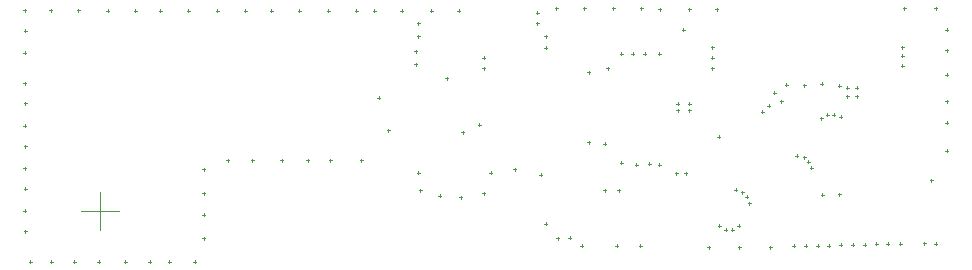
<source format=gbr>
G04*
G04 #@! TF.GenerationSoftware,Altium Limited,Altium Designer,24.2.2 (26)*
G04*
G04 Layer_Color=128*
%FSLAX25Y25*%
%MOIN*%
G70*
G04*
G04 #@! TF.SameCoordinates,DA759692-2FDC-47FD-B5D7-4F029464E4A9*
G04*
G04*
G04 #@! TF.FilePolarity,Positive*
G04*
G01*
G75*
%ADD60C,0.00200*%
D60*
X-4758Y-376772D02*
X7762D01*
X1502Y-383032D02*
Y-370512D01*
X207336Y-352004D02*
X208336D01*
X207836Y-352504D02*
Y-351504D01*
X197394Y-343242D02*
X198393D01*
X197894Y-343742D02*
Y-342742D01*
X193599Y-343174D02*
X194599D01*
X194099Y-343674D02*
Y-342674D01*
X197394Y-340986D02*
X198393D01*
X197894Y-341486D02*
Y-340486D01*
X193608Y-340986D02*
X194608D01*
X194108Y-341486D02*
Y-340486D01*
X253384Y-338549D02*
X254384D01*
X253884Y-339049D02*
Y-338049D01*
X250097Y-338459D02*
X251097D01*
X250597Y-338959D02*
Y-337959D01*
X253323Y-335619D02*
X254323D01*
X253823Y-336120D02*
Y-335120D01*
X250097Y-335703D02*
X251097D01*
X250597Y-336203D02*
Y-335203D01*
X221821Y-343695D02*
X222821D01*
X222321Y-344195D02*
Y-343195D01*
X223944Y-341670D02*
X224944D01*
X224444Y-342170D02*
Y-341170D01*
X225805Y-337326D02*
X226805D01*
X226305Y-337826D02*
Y-336826D01*
X228067Y-340181D02*
X229067D01*
X228567Y-340681D02*
Y-339681D01*
X237211Y-360391D02*
X238211D01*
X237712Y-360891D02*
Y-359891D01*
X235726Y-358906D02*
X236726D01*
X236227Y-359406D02*
Y-358406D01*
X245635Y-344764D02*
X246635D01*
X246135Y-345264D02*
Y-344264D01*
X243535Y-344764D02*
X244535D01*
X244035Y-345264D02*
Y-344264D01*
X215100Y-370495D02*
X216100D01*
X215600Y-370995D02*
Y-369995D01*
X216585Y-371980D02*
X217585D01*
X217085Y-372480D02*
Y-371480D01*
X213908Y-381647D02*
X214908D01*
X214408Y-382147D02*
Y-381147D01*
X207510Y-381678D02*
X208510D01*
X208010Y-382178D02*
Y-381178D01*
X211754Y-383071D02*
X212755D01*
X212255Y-383571D02*
Y-382571D01*
X209654Y-383071D02*
X210654D01*
X210155Y-383571D02*
Y-382571D01*
X217395Y-374147D02*
X218395D01*
X217895Y-374647D02*
Y-373647D01*
X212919Y-369754D02*
X213919D01*
X213419Y-370254D02*
Y-369254D01*
X233391Y-358371D02*
X234391D01*
X233892Y-358871D02*
Y-357871D01*
X238144Y-362404D02*
X239144D01*
X238644Y-362904D02*
Y-361904D01*
X241487Y-345882D02*
X242487D01*
X241987Y-346382D02*
Y-345382D01*
X247896Y-345374D02*
X248896D01*
X248396Y-345874D02*
Y-344874D01*
X229821Y-334718D02*
X230821D01*
X230321Y-335218D02*
Y-334218D01*
X235726Y-334851D02*
X236726D01*
X236227Y-335351D02*
Y-334351D01*
X241620Y-334345D02*
X242620D01*
X242120Y-334845D02*
Y-333845D01*
X247465Y-335081D02*
X248465D01*
X247965Y-335581D02*
Y-334581D01*
X278202Y-366535D02*
X279202D01*
X278702Y-367035D02*
Y-366035D01*
X283358Y-356781D02*
X284358D01*
X283858Y-357281D02*
Y-356281D01*
X283358Y-347332D02*
X284358D01*
X283858Y-347832D02*
Y-346832D01*
X283358Y-340181D02*
X284358D01*
X283858Y-340681D02*
Y-339681D01*
X283358Y-331443D02*
X284358D01*
X283858Y-331943D02*
Y-330943D01*
X283358Y-323116D02*
X284358D01*
X283858Y-323616D02*
Y-322616D01*
X283358Y-316412D02*
X284358D01*
X283858Y-316912D02*
Y-315912D01*
X279602Y-309128D02*
X280602D01*
X280102Y-309628D02*
Y-308628D01*
X269191Y-309126D02*
X270191D01*
X269691Y-309627D02*
Y-308627D01*
X197394Y-309533D02*
X198393D01*
X197894Y-310033D02*
Y-309033D01*
X206654Y-309533D02*
X207654D01*
X207154Y-310033D02*
Y-309033D01*
X187651Y-309449D02*
X188651D01*
X188151Y-309949D02*
Y-308949D01*
X153218Y-309128D02*
X154218D01*
X153718Y-309628D02*
Y-308628D01*
X162479Y-309128D02*
X163479D01*
X162979Y-309628D02*
Y-308628D01*
X181482Y-309213D02*
X182482D01*
X181982Y-309713D02*
Y-308713D01*
X172222Y-309213D02*
X173222D01*
X172722Y-309713D02*
Y-308713D01*
X92413Y-309964D02*
X93413D01*
X92913Y-310464D02*
Y-309464D01*
X101674Y-309964D02*
X102674D01*
X102174Y-310464D02*
Y-309464D01*
X120677Y-310049D02*
X121677D01*
X121177Y-310549D02*
Y-309549D01*
X111416Y-310049D02*
X112416D01*
X111916Y-310549D02*
Y-309549D01*
X58161Y-309964D02*
X59161D01*
X58661Y-310464D02*
Y-309464D01*
X67422Y-309964D02*
X68422D01*
X67922Y-310464D02*
Y-309464D01*
X86425Y-310049D02*
X87425D01*
X86925Y-310549D02*
Y-309549D01*
X77164Y-310049D02*
X78164D01*
X77664Y-310549D02*
Y-309549D01*
X21172Y-309964D02*
X22172D01*
X21672Y-310464D02*
Y-309464D01*
X30432Y-309964D02*
X31432D01*
X30932Y-310464D02*
Y-309464D01*
X49435Y-310049D02*
X50435D01*
X49935Y-310549D02*
Y-309549D01*
X40175Y-310049D02*
X41175D01*
X40675Y-310549D02*
Y-309549D01*
X3596Y-309964D02*
X4596D01*
X4096Y-310464D02*
Y-309464D01*
X12856Y-309964D02*
X13856D01*
X13356Y-310464D02*
Y-309464D01*
X-6147Y-309880D02*
X-5147D01*
X-5647Y-310380D02*
Y-309380D01*
X-15407Y-309880D02*
X-14407D01*
X-14907Y-310380D02*
Y-309380D01*
X-23959Y-324100D02*
X-22959D01*
X-23459Y-324600D02*
Y-323600D01*
X-23959Y-309927D02*
X-22959D01*
X-23459Y-310427D02*
Y-309427D01*
X-23875Y-316620D02*
X-22875D01*
X-23375Y-317120D02*
Y-316120D01*
X-23875Y-355118D02*
X-22875D01*
X-23375Y-355618D02*
Y-354618D01*
X-23959Y-348425D02*
X-22959D01*
X-23459Y-348925D02*
Y-347925D01*
X-23959Y-334252D02*
X-22959D01*
X-23459Y-334752D02*
Y-333752D01*
X-23875Y-340945D02*
X-22875D01*
X-23375Y-341445D02*
Y-340445D01*
X-23875Y-369291D02*
X-22875D01*
X-23375Y-369791D02*
Y-368791D01*
X-23959Y-362598D02*
X-22959D01*
X-23459Y-363098D02*
Y-362098D01*
X-23959Y-376772D02*
X-22959D01*
X-23459Y-377272D02*
Y-376272D01*
X-23875Y-383465D02*
X-22875D01*
X-23375Y-383965D02*
Y-382965D01*
X147915Y-364619D02*
X148915D01*
X148415Y-365119D02*
Y-364119D01*
X139247Y-362811D02*
X140247D01*
X139747Y-363311D02*
Y-362311D01*
X131388Y-364073D02*
X132388D01*
X131888Y-364573D02*
Y-363573D01*
X129002Y-370866D02*
X130002D01*
X129502Y-371366D02*
Y-370366D01*
X121372Y-372278D02*
X122372D01*
X121872Y-372778D02*
Y-371778D01*
X114319Y-371711D02*
X115319D01*
X114819Y-372211D02*
Y-371211D01*
X107814Y-369882D02*
X108814D01*
X108314Y-370382D02*
Y-369382D01*
X107073Y-364073D02*
X108073D01*
X107573Y-364573D02*
Y-363573D01*
X88083Y-359842D02*
X89083D01*
X88583Y-360343D02*
Y-359343D01*
X77846Y-359842D02*
X78847D01*
X78347Y-360343D02*
Y-359343D01*
X70366Y-359922D02*
X71366D01*
X70866Y-360422D02*
Y-359422D01*
X61705Y-359922D02*
X62705D01*
X62205Y-360422D02*
Y-359422D01*
X51862Y-359922D02*
X52862D01*
X52362Y-360422D02*
Y-359422D01*
X43595Y-359922D02*
X44594D01*
X44094Y-360422D02*
Y-359422D01*
X35721Y-362826D02*
X36720D01*
X36220Y-363326D02*
Y-362326D01*
X35721Y-370866D02*
X36720D01*
X36220Y-371366D02*
Y-370366D01*
X35721Y-377953D02*
X36720D01*
X36220Y-378453D02*
Y-377453D01*
X35721Y-385827D02*
X36720D01*
X36220Y-386327D02*
Y-385327D01*
X32571Y-393701D02*
X33571D01*
X33071Y-394201D02*
Y-393201D01*
X24166Y-393701D02*
X25166D01*
X24666Y-394201D02*
Y-393201D01*
X17702Y-393701D02*
X18702D01*
X18202Y-394201D02*
Y-393201D01*
X9463Y-393701D02*
X10463D01*
X9963Y-394201D02*
Y-393201D01*
X577Y-393701D02*
X1577D01*
X1077Y-394201D02*
Y-393201D01*
X-7485Y-393701D02*
X-6485D01*
X-6985Y-394201D02*
Y-393201D01*
X-15128Y-393701D02*
X-14128D01*
X-14628Y-394201D02*
Y-393201D01*
X-22153Y-393701D02*
X-21154D01*
X-21654Y-394201D02*
Y-393201D01*
X149681Y-381102D02*
X150681D01*
X150181Y-381602D02*
Y-380602D01*
X247538Y-371224D02*
X248538D01*
X248038Y-371724D02*
Y-370724D01*
X241745Y-371407D02*
X242745D01*
X242245Y-371907D02*
Y-370907D01*
X174048Y-369882D02*
X175048D01*
X174548Y-370382D02*
Y-369382D01*
X169366Y-369882D02*
X170366D01*
X169866Y-370382D02*
Y-369382D01*
X195519Y-316412D02*
X196519D01*
X196019Y-316912D02*
Y-315912D01*
X187417Y-324418D02*
X188417D01*
X187917Y-324918D02*
Y-323918D01*
X182722Y-324410D02*
X183722D01*
X183222Y-324910D02*
Y-323910D01*
X178640Y-324418D02*
X179640D01*
X179140Y-324918D02*
Y-323918D01*
X174734Y-324410D02*
X175734D01*
X175234Y-324910D02*
Y-323910D01*
X170349Y-329155D02*
X171349D01*
X170849Y-329655D02*
Y-328655D01*
X163967Y-330481D02*
X164967D01*
X164467Y-330981D02*
Y-329981D01*
X163967Y-353853D02*
X164967D01*
X164467Y-354353D02*
Y-353353D01*
X169366Y-354297D02*
X170366D01*
X169866Y-354797D02*
Y-353797D01*
X174734Y-360746D02*
X175734D01*
X175234Y-361246D02*
Y-360246D01*
X179777Y-361283D02*
X180777D01*
X180277Y-361783D02*
Y-360783D01*
X184101Y-360970D02*
X185101D01*
X184601Y-361470D02*
Y-360470D01*
X187417Y-361283D02*
X188417D01*
X187917Y-361783D02*
Y-360783D01*
X193109Y-364196D02*
X194109D01*
X193609Y-364696D02*
Y-363696D01*
X196350Y-364157D02*
X197350D01*
X196850Y-364657D02*
Y-363657D01*
X279605Y-387703D02*
X280605D01*
X280105Y-388203D02*
Y-387203D01*
X275750Y-387546D02*
X276750D01*
X276250Y-388046D02*
Y-387046D01*
X267791Y-387664D02*
X268791D01*
X268291Y-388164D02*
Y-387164D01*
X263712Y-387703D02*
X264711D01*
X264212Y-388203D02*
Y-387203D01*
X259856Y-387664D02*
X260856D01*
X260356Y-388164D02*
Y-387164D01*
X255980Y-388097D02*
X256980D01*
X256480Y-388597D02*
Y-387597D01*
X251967Y-388097D02*
X252967D01*
X252467Y-388597D02*
Y-387597D01*
X247896Y-388097D02*
X248896D01*
X248396Y-388597D02*
Y-387597D01*
X243996Y-388293D02*
X244996D01*
X244496Y-388793D02*
Y-387793D01*
X240254Y-388293D02*
X241254D01*
X240754Y-388793D02*
Y-387793D01*
X236251Y-388293D02*
X237251D01*
X236751Y-388793D02*
Y-387793D01*
X232358Y-388372D02*
X233358D01*
X232858Y-388872D02*
Y-387872D01*
X224484Y-388844D02*
X225484D01*
X224984Y-389344D02*
Y-388344D01*
X214073Y-388844D02*
X215073D01*
X214573Y-389344D02*
Y-388344D01*
X204030Y-388844D02*
X205030D01*
X204531Y-389344D02*
Y-388344D01*
X181177Y-388372D02*
X182177D01*
X181677Y-388872D02*
Y-387872D01*
X173303Y-388372D02*
X174303D01*
X173803Y-388872D02*
Y-387872D01*
X161581Y-388372D02*
X162581D01*
X162081Y-388872D02*
Y-387872D01*
X157607Y-385618D02*
X158607D01*
X158107Y-386118D02*
Y-385118D01*
X153618Y-385874D02*
X154618D01*
X154118Y-386374D02*
Y-385374D01*
X122001Y-350503D02*
X123001D01*
X122501Y-351003D02*
Y-350003D01*
X127434Y-348051D02*
X128434D01*
X127934Y-348551D02*
Y-347551D01*
X149681Y-322441D02*
X150681D01*
X150181Y-322941D02*
Y-321941D01*
X149681Y-318456D02*
X150681D01*
X150181Y-318956D02*
Y-317956D01*
X146866Y-314125D02*
X147866D01*
X147366Y-314625D02*
Y-313625D01*
X146866Y-310630D02*
X147866D01*
X147366Y-311130D02*
Y-310130D01*
X107073Y-318456D02*
X108073D01*
X107573Y-318956D02*
Y-317956D01*
X107073Y-314125D02*
X108073D01*
X107573Y-314625D02*
Y-313625D01*
X106333Y-327863D02*
X107333D01*
X106833Y-328363D02*
Y-327363D01*
X106333Y-323543D02*
X107333D01*
X106833Y-324043D02*
Y-323043D01*
X116658Y-332601D02*
X117658D01*
X117158Y-333101D02*
Y-332101D01*
X97086Y-349894D02*
X98086D01*
X97586Y-350395D02*
Y-349394D01*
X93988Y-339064D02*
X94988D01*
X94488Y-339564D02*
Y-338564D01*
X129002Y-329155D02*
X130002D01*
X129502Y-329655D02*
Y-328655D01*
X129002Y-325733D02*
X130002D01*
X129502Y-326233D02*
Y-325233D01*
X268535Y-328316D02*
X269535D01*
X269035Y-328816D02*
Y-327816D01*
X268535Y-325085D02*
X269535D01*
X269035Y-325585D02*
Y-324585D01*
X268535Y-322132D02*
X269535D01*
X269035Y-322633D02*
Y-321633D01*
X205174Y-329269D02*
X206174D01*
X205674Y-329769D02*
Y-328769D01*
X205174Y-325733D02*
X206174D01*
X205674Y-326233D02*
Y-325233D01*
X205174Y-322132D02*
X206174D01*
X205674Y-322633D02*
Y-321633D01*
M02*

</source>
